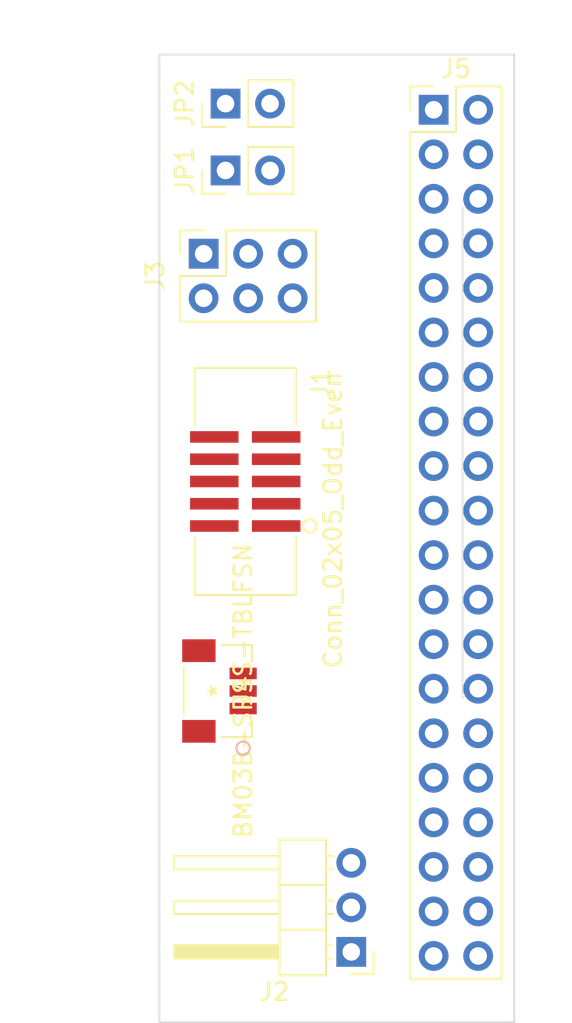
<source format=kicad_pcb>
(kicad_pcb (version 20211014) (generator pcbnew)
  (layers (0 "F.Cu" signal) (31 "B.Cu" signal) (34 "B.Paste" user) (35 "F.Paste" user) (36 "B.SilkS" user "B.Silkscreen") (37 "F.SilkS" user "F.Silkscreen") (38 "B.Mask" user) (39 "F.Mask" user) (44 "Edge.Cuts" user))
  (net 0 "")
  (net 1 "/UartTX")
  (net 2 "/SDA_1")
  (net 3 "/SCL_0")
  (net 4 "/SWDIO")
  (net 5 "Earth")
  (net 6 "/SWDCLK")
  (net 7 "/SWO")
  (net 8 "/SDA_0")
  (net 9 "/SCL_1")
  (net 39 "/power_output")
  (net 41 "/SW0")
  (net 42 "Net-(JP1-Pad1)")
  (net 43 "Net-(JP2-Pad1)")
  (footprint "JST:BM03B-SRSS-TBLFSN" (layer "F.Cu") (at 138.45 96.15 -90)
    (fp_text reference "J4" (at 0 -1.4284 90) (layer "F.SilkS"))
    (fp_text value "BM03B-SRSS-TBLFSN" (at 0 -1.4284 90) (layer "F.SilkS"))
    (fp_text user "*" (at 0 0 90) (layer "F.SilkS"))
    (fp_circle (center 3.2639 -1.4284) (end 3.6449 -1.4284) (layer "B.SilkS") (width 0.12) (fill none))
    (fp_line (start 2.6289 -1.9304) (end 1.662941 -1.9304) (layer "F.SilkS") (width 0.12))
    (fp_line (start -1.662941 -1.9304) (end -2.6289 -1.9304) (layer "F.SilkS") (width 0.12))
    (fp_line (start -2.6289 -1.9304) (end -2.6289 -0.188641) (layer "F.SilkS") (width 0.12))
    (fp_line (start -1.31956 1.9304) (end 1.31956 1.9304) (layer "F.SilkS") (width 0.12))
    (fp_line (start 2.6289 -0.188641) (end 2.6289 -1.9304) (layer "F.SilkS") (width 0.12))
    (fp_circle (center 3.2639 -1.4284) (end 3.6449 -1.4284) (layer "F.SilkS") (width 0.12) (fill none))
    (pad "1" smd rect locked (at 1.000001 -1.4284 270) (size 0.6604 1.5494) (layers "F.Cu" "F.Paste" "F.Mask") (net 4 "/SWDIO"))
    (pad "2" smd rect locked (at 0 -1.4284 270) (size 0.6604 1.5494) (layers "F.Cu" "F.Paste" "F.Mask") (net 5 "Earth"))
    (pad "3" smd rect locked (at -1.000001 -1.4284 270) (size 0.6604 1.5494) (layers "F.Cu" "F.Paste" "F.Mask") (net 6 "/SWDCLK"))
    (pad "4" smd rect locked (at -2.3 1.096599) (size 1.905 1.2954) (layers "F.Cu" "F.Paste" "F.Mask"))
    (pad "5" smd rect locked (at 2.3 1.096599) (size 1.905 1.2954) (layers "F.Cu" "F.Paste" "F.Mask"))
  )
  (footprint "Connector_PinSocket_2.54mm:PinSocket_2x03_P2.54mm_Vertical" (layer "F.Cu") (at 137.625 71.21 90)
    (fp_text reference "J3" (at -1.27 -2.77 90) (layer "F.SilkS"))
    (fp_text value "Conn_02x03_Odd_Even")
    (fp_line (start -3.87 -1.33) (end -1.27 -1.33) (layer "F.SilkS") (width 0.12))
    (fp_line (start -1.27 -1.33) (end -1.27 1.27) (layer "F.SilkS") (width 0.12))
    (fp_line (start 0 -1.33) (end 1.33 -1.33) (layer "F.SilkS") (width 0.12))
    (fp_line (start 1.33 -1.33) (end 1.33 0) (layer "F.SilkS") (width 0.12))
    (fp_line (start -3.87 6.41) (end 1.33 6.41) (layer "F.SilkS") (width 0.12))
    (fp_line (start -1.27 1.27) (end 1.33 1.27) (layer "F.SilkS") (width 0.12))
    (fp_line (start -3.87 -1.33) (end -3.87 6.41) (layer "F.SilkS") (width 0.12))
    (fp_line (start 1.33 1.27) (end 1.33 6.41) (layer "F.SilkS") (width 0.12))
    (pad "1" thru_hole rect (at 0 0 90) (size 1.7 1.7) (drill 1) (layers *.Cu *.Mask) (net 1 "/UartTX"))
    (pad "2" thru_hole oval (at -2.54 0 90) (size 1.7 1.7) (drill 1) (layers *.Cu *.Mask) (net 41 "/SW0"))
    (pad "3" thru_hole oval (at 0 2.54 90) (size 1.7 1.7) (drill 1) (layers *.Cu *.Mask) (net 8 "/SDA_0"))
    (pad "4" thru_hole oval (at -2.54 2.54 90) (size 1.7 1.7) (drill 1) (layers *.Cu *.Mask) (net 3 "/SCL_0"))
    (pad "5" thru_hole oval (at 0 5.08 90) (size 1.7 1.7) (drill 1) (layers *.Cu *.Mask) (net 2 "/SDA_1"))
    (pad "6" thru_hole oval (at -2.54 5.08 90) (size 1.7 1.7) (drill 1) (layers *.Cu *.Mask) (net 9 "/SCL_1"))
  )
  (footprint "Connector_PinHeader_2.54mm:PinHeader_2x20_P2.54mm_Vertical" (layer "F.Cu") (at 150.75 63)
    (fp_text reference "J5" (at 1.27 -2.33) (layer "F.SilkS"))
    (fp_text value "Raspberry_Pi_2_3")
    (fp_line (start 3.87 -1.33) (end 3.87 49.59) (layer "F.SilkS") (width 0.12))
    (fp_line (start -1.33 -1.33) (end 0 -1.33) (layer "F.SilkS") (width 0.12))
    (fp_line (start -1.33 1.27) (end 1.27 1.27) (layer "F.SilkS") (width 0.12))
    (fp_line (start -1.33 1.27) (end -1.33 49.59) (layer "F.SilkS") (width 0.12))
    (fp_line (start -1.33 0) (end -1.33 -1.33) (layer "F.SilkS") (width 0.12))
    (fp_line (start -1.33 49.59) (end 3.87 49.59) (layer "F.SilkS") (width 0.12))
    (fp_line (start 1.27 1.27) (end 1.27 -1.33) (layer "F.SilkS") (width 0.12))
    (fp_line (start 1.27 -1.33) (end 3.87 -1.33) (layer "F.SilkS") (width 0.12))
    (pad "1" thru_hole rect (at 0 0) (size 1.7 1.7) (drill 1) (layers *.Cu *.Mask) (net 43 "Net-(JP2-Pad1)"))
    (pad "2" thru_hole oval (at 2.54 0) (size 1.7 1.7) (drill 1) (layers *.Cu *.Mask) (net 42 "Net-(JP1-Pad1)"))
    (pad "3" thru_hole oval (at 0 2.54) (size 1.7 1.7) (drill 1) (layers *.Cu *.Mask) (net 8 "/SDA_0"))
    (pad "4" thru_hole oval (at 2.54 2.54) (size 1.7 1.7) (drill 1) (layers *.Cu *.Mask))
    (pad "5" thru_hole oval (at 0 5.08) (size 1.7 1.7) (drill 1) (layers *.Cu *.Mask) (net 3 "/SCL_0"))
    (pad "6" thru_hole oval (at 2.54 5.08) (size 1.7 1.7) (drill 1) (layers *.Cu *.Mask))
    (pad "7" thru_hole oval (at 0 7.62) (size 1.7 1.7) (drill 1) (layers *.Cu *.Mask))
    (pad "8" thru_hole oval (at 2.54 7.62) (size 1.7 1.7) (drill 1) (layers *.Cu *.Mask) (net 1 "/UartTX"))
    (pad "9" thru_hole oval (at 0 10.16) (size 1.7 1.7) (drill 1) (layers *.Cu *.Mask))
    (pad "10" thru_hole oval (at 2.54 10.16) (size 1.7 1.7) (drill 1) (layers *.Cu *.Mask) (net 7 "/SWO"))
    (pad "11" thru_hole oval (at 0 12.7) (size 1.7 1.7) (drill 1) (layers *.Cu *.Mask))
    (pad "12" thru_hole oval (at 2.54 12.7) (size 1.7 1.7) (drill 1) (layers *.Cu *.Mask))
    (pad "13" thru_hole oval (at 0 15.24) (size 1.7 1.7) (drill 1) (layers *.Cu *.Mask))
    (pad "14" thru_hole oval (at 2.54 15.24) (size 1.7 1.7) (drill 1) (layers *.Cu *.Mask))
    (pad "15" thru_hole oval (at 0 17.78) (size 1.7 1.7) (drill 1) (layers *.Cu *.Mask))
    (pad "16" thru_hole oval (at 2.54 17.78) (size 1.7 1.7) (drill 1) (layers *.Cu *.Mask))
    (pad "17" thru_hole oval (at 0 20.32) (size 1.7 1.7) (drill 1) (layers *.Cu *.Mask))
    (pad "18" thru_hole oval (at 2.54 20.32) (size 1.7 1.7) (drill 1) (layers *.Cu *.Mask) (net 4 "/SWDIO"))
    (pad "19" thru_hole oval (at 0 22.86) (size 1.7 1.7) (drill 1) (layers *.Cu *.Mask))
    (pad "20" thru_hole oval (at 2.54 22.86) (size 1.7 1.7) (drill 1) (layers *.Cu *.Mask))
    (pad "21" thru_hole oval (at 0 25.4) (size 1.7 1.7) (drill 1) (layers *.Cu *.Mask))
    (pad "22" thru_hole oval (at 2.54 25.4) (size 1.7 1.7) (drill 1) (layers *.Cu *.Mask) (net 6 "/SWDCLK"))
    (pad "23" thru_hole oval (at 0 27.94) (size 1.7 1.7) (drill 1) (layers *.Cu *.Mask))
    (pad "24" thru_hole oval (at 2.54 27.94) (size 1.7 1.7) (drill 1) (layers *.Cu *.Mask))
    (pad "25" thru_hole oval (at 0 30.48) (size 1.7 1.7) (drill 1) (layers *.Cu *.Mask))
    (pad "26" thru_hole oval (at 2.54 30.48) (size 1.7 1.7) (drill 1) (layers *.Cu *.Mask))
    (pad "27" thru_hole oval (at 0 33.02) (size 1.7 1.7) (drill 1) (layers *.Cu *.Mask) (net 2 "/SDA_1"))
    (pad "28" thru_hole oval (at 2.54 33.02) (size 1.7 1.7) (drill 1) (layers *.Cu *.Mask) (net 9 "/SCL_1"))
    (pad "29" thru_hole oval (at 0 35.56) (size 1.7 1.7) (drill 1) (layers *.Cu *.Mask))
    (pad "30" thru_hole oval (at 2.54 35.56) (size 1.7 1.7) (drill 1) (layers *.Cu *.Mask))
    (pad "31" thru_hole oval (at 0 38.1) (size 1.7 1.7) (drill 1) (layers *.Cu *.Mask))
    (pad "32" thru_hole oval (at 2.54 38.1) (size 1.7 1.7) (drill 1) (layers *.Cu *.Mask))
    (pad "33" thru_hole oval (at 0 40.64) (size 1.7 1.7) (drill 1) (layers *.Cu *.Mask))
    (pad "34" thru_hole oval (at 2.54 40.64) (size 1.7 1.7) (drill 1) (layers *.Cu *.Mask))
    (pad "35" thru_hole oval (at 0 43.18) (size 1.7 1.7) (drill 1) (layers *.Cu *.Mask))
    (pad "36" thru_hole oval (at 2.54 43.18) (size 1.7 1.7) (drill 1) (layers *.Cu *.Mask))
    (pad "37" thru_hole oval (at 0 45.72) (size 1.7 1.7) (drill 1) (layers *.Cu *.Mask))
    (pad "38" thru_hole oval (at 2.54 45.72) (size 1.7 1.7) (drill 1) (layers *.Cu *.Mask))
    (pad "39" thru_hole oval (at 0 48.26) (size 1.7 1.7) (drill 1) (layers *.Cu *.Mask))
    (pad "40" thru_hole oval (at 2.54 48.26) (size 1.7 1.7) (drill 1) (layers *.Cu *.Mask))
  )
  (footprint "Connector_PinHeader_2.54mm:PinHeader_1x02_P2.54mm_Vertical" (layer "F.Cu") (at 138.875 62.65 90)
    (fp_text reference "JP2" (at 0 -2.33 90) (layer "F.SilkS"))
    (fp_text value "Jumper_2_Open")
    (fp_line (start -1.33 0) (end -1.33 -1.33) (layer "F.SilkS") (width 0.12))
    (fp_line (start -1.33 1.27) (end 1.33 1.27) (layer "F.SilkS") (width 0.12))
    (fp_line (start -1.33 3.87) (end 1.33 3.87) (layer "F.SilkS") (width 0.12))
    (fp_line (start -1.33 1.27) (end -1.33 3.87) (layer "F.SilkS") (width 0.12))
    (fp_line (start 1.33 1.27) (end 1.33 3.87) (layer "F.SilkS") (width 0.12))
    (fp_line (start -1.33 -1.33) (end 0 -1.33) (layer "F.SilkS") (width 0.12))
    (pad "1" thru_hole rect (at 0 0 90) (size 1.7 1.7) (drill 1) (layers *.Cu *.Mask) (net 43 "Net-(JP2-Pad1)"))
    (pad "2" thru_hole oval (at 0 2.54 90) (size 1.7 1.7) (drill 1) (layers *.Cu *.Mask) (net 39 "/power_output"))
  )
  (footprint "Connector_PinHeader_2.54mm:PinHeader_1x02_P2.54mm_Vertical" (layer "F.Cu") (at 138.875 66.46 90)
    (fp_text reference "JP1" (at 0 -2.33 90) (layer "F.SilkS"))
    (fp_text value "Jumper_2_Open")
    (fp_line (start -1.33 0) (end -1.33 -1.33) (layer "F.SilkS") (width 0.12))
    (fp_line (start -1.33 -1.33) (end 0 -1.33) (layer "F.SilkS") (width 0.12))
    (fp_line (start -1.33 3.87) (end 1.33 3.87) (layer "F.SilkS") (width 0.12))
    (fp_line (start -1.33 1.27) (end -1.33 3.87) (layer "F.SilkS") (width 0.12))
    (fp_line (start -1.33 1.27) (end 1.33 1.27) (layer "F.SilkS") (width 0.12))
    (fp_line (start 1.33 1.27) (end 1.33 3.87) (layer "F.SilkS") (width 0.12))
    (pad "1" thru_hole rect (at 0 0 90) (size 1.7 1.7) (drill 1) (layers *.Cu *.Mask) (net 42 "Net-(JP1-Pad1)"))
    (pad "2" thru_hole oval (at 0 2.54 90) (size 1.7 1.7) (drill 1) (layers *.Cu *.Mask) (net 39 "/power_output"))
  )
  (footprint "Connector_PinHeader_2.54mm:PinHeader_1x03_P2.54mm_Horizontal" (layer "F.Cu") (at 146.05 111.03 180)
    (fp_text reference "J2" (at 4.385 -2.27) (layer "F.SilkS"))
    (fp_text value "Conn_01x03_Male")
    (fp_line (start 4.1 2.16) (end 10.1 2.16) (layer "F.SilkS") (width 0.12))
    (fp_line (start 10.1 2.16) (end 10.1 2.92) (layer "F.SilkS") (width 0.12))
    (fp_line (start 4.1 0.04) (end 10.1 0.04) (layer "F.SilkS") (width 0.12))
    (fp_line (start 4.1 -0.32) (end 10.1 -0.32) (layer "F.SilkS") (width 0.12))
    (fp_line (start 1.042929 2.92) (end 1.44 2.92) (layer "F.SilkS") (width 0.12))
    (fp_line (start 1.042929 2.16) (end 1.44 2.16) (layer "F.SilkS") (width 0.12))
    (fp_line (start 4.1 0.16) (end 10.1 0.16) (layer "F.SilkS") (width 0.12))
    (fp_line (start 1.042929 4.7) (end 1.44 4.7) (layer "F.SilkS") (width 0.12))
    (fp_line (start 1.11 -0.38) (end 1.44 -0.38) (layer "F.SilkS") (width 0.12))
    (fp_line (start 10.1 0.38) (end 4.1 0.38) (layer "F.SilkS") (width 0.12))
    (fp_line (start 4.1 -0.38) (end 10.1 -0.38) (layer "F.SilkS") (width 0.12))
    (fp_line (start 1.44 6.41) (end 4.1 6.41) (layer "F.SilkS") (width 0.12))
    (fp_line (start 10.1 -0.38) (end 10.1 0.38) (layer "F.SilkS") (width 0.12))
    (fp_line (start 1.042929 5.46) (end 1.44 5.46) (layer "F.SilkS") (width 0.12))
    (fp_line (start -1.27 -1.27) (end 0 -1.27) (layer "F.SilkS") (width 0.12))
    (fp_line (start 10.1 5.46) (end 4.1 5.46) (layer "F.SilkS") (width 0.12))
    (fp_line (start -1.27 0) (end -1.27 -1.27) (layer "F.SilkS") (width 0.12))
    (fp_line (start 4.1 4.7) (end 10.1 4.7) (layer "F.SilkS") (width 0.12))
    (fp_line (start 4.1 -0.08) (end 10.1 -0.08) (layer "F.SilkS") (width 0.12))
    (fp_line (start 4.1 -1.33) (end 1.44 -1.33) (layer "F.SilkS") (width 0.12))
    (fp_line (start 10.1 2.92) (end 4.1 2.92) (layer "F.SilkS") (width 0.12))
    (fp_line (start 1.11 0.38) (end 1.44 0.38) (layer "F.SilkS") (width 0.12))
    (fp_line (start 1.44 3.81) (end 4.1 3.81) (layer "F.SilkS") (width 0.12))
    (fp_line (start 10.1 4.7) (end 10.1 5.46) (layer "F.SilkS") (width 0.12))
    (fp_line (start 4.1 -0.2) (end 10.1 -0.2) (layer "F.SilkS") (width 0.12))
    (fp_line (start 1.44 1.27) (end 4.1 1.27) (layer "F.SilkS") (width 0.12))
    (fp_line (start 4.1 0.28) (end 10.1 0.28) (layer "F.SilkS") (width 0.12))
    (fp_line (start 4.1 6.41) (end 4.1 -1.33) (layer "F.SilkS") (width 0.12))
    (fp_line (start 1.44 -1.33) (end 1.44 6.41) (layer "F.SilkS") (width 0.12))
    (pad "1" thru_hole rect (at 0 0 180) (size 1.7 1.7) (drill 1) (layers *.Cu *.Mask) (net 6 "/SWDCLK"))
    (pad "2" thru_hole oval (at 0 2.54 180) (size 1.7 1.7) (drill 1) (layers *.Cu *.Mask) (net 5 "Earth"))
    (pad "3" thru_hole oval (at 0 5.08 180) (size 1.7 1.7) (drill 1) (layers *.Cu *.Mask) (net 7 "/SWO"))
  )
  (footprint "LocalFootprints:3220-10-0300-00-TR" (layer "F.Cu") (at 140 84.2 90)
    (fp_text reference "J1" (at 5.588 4.318 90) (layer "F.SilkS"))
    (fp_text value "Conn_02x05_Odd_Even" (at -2.2 5 90) (layer "F.SilkS"))
    (fp_line (start 6.477 -2.8829) (end 3.20294 -2.8829) (layer "F.SilkS") (width 0.12))
    (fp_line (start 6.477 2.8829) (end 6.477 -2.8829) (layer "F.SilkS") (width 0.12))
    (fp_line (start -3.20294 -2.8829) (end -6.477 -2.8829) (layer "F.SilkS") (width 0.12))
    (fp_line (start -6.477 2.8829) (end -3.20294 2.8829) (layer "F.SilkS") (width 0.12))
    (fp_line (start 3.20294 2.8829) (end 6.477 2.8829) (layer "F.SilkS") (width 0.12))
    (fp_line (start -6.477 -2.8829) (end -6.477 2.8829) (layer "F.SilkS") (width 0.12))
    (fp_circle (center -2.54 3.683) (end -2.159 3.683) (layer "F.SilkS") (width 0.12) (fill none))
    (pad "1" smd rect (at -2.54 1.765 90) (size 0.6604 2.7686) (layers "F.Cu" "F.Paste" "F.Mask") (net 3 "/SCL_0"))
    (pad "2" smd rect (at -2.54 -1.765 90) (size 0.6604 2.7686) (layers "F.Cu" "F.Paste" "F.Mask") (net 4 "/SWDIO"))
    (pad "3" smd rect (at -1.27 1.765 90) (size 0.6604 2.7686) (layers "F.Cu" "F.Paste" "F.Mask") (net 5 "Earth"))
    (pad "4" smd rect (at -1.27 -1.765 90) (size 0.6604 2.7686) (layers "F.Cu" "F.Paste" "F.Mask") (net 6 "/SWDCLK"))
    (pad "5" smd rect (at 0 1.765 90) (size 0.6604 2.7686) (layers "F.Cu" "F.Paste" "F.Mask") (net 1 "/UartTX"))
    (pad "6" smd rect (at 0 -1.765 90) (size 0.6604 2.7686) (layers "F.Cu" "F.Paste" "F.Mask") (net 7 "/SWO"))
    (pad "7" smd rect (at 1.27 1.765 90) (size 0.6604 2.7686) (layers "F.Cu" "F.Paste" "F.Mask") (net 2 "/SDA_1"))
    (pad "8" smd rect (at 1.27 -1.765 90) (size 0.6604 2.7686) (layers "F.Cu" "F.Paste" "F.Mask") (net 9 "/SCL_1"))
    (pad "9" smd rect (at 2.54 1.765 90) (size 0.6604 2.7686) (layers "F.Cu" "F.Paste" "F.Mask") (net 39 "/power_output"))
    (pad "10" smd rect (at 2.54 -1.765 90) (size 0.6604 2.7686) (layers "F.Cu" "F.Paste" "F.Mask") (net 8 "/SDA_0"))
  )
  (gr_line (start 152.4 68.58) (end 152.4 96.52) (layer "Edge.Cuts") (width 0.1))
  (gr_rect (start 135.1 59.85) (end 155.35 115.05) (layer "Edge.Cuts") (width 0.1) (fill none))
)
</source>
